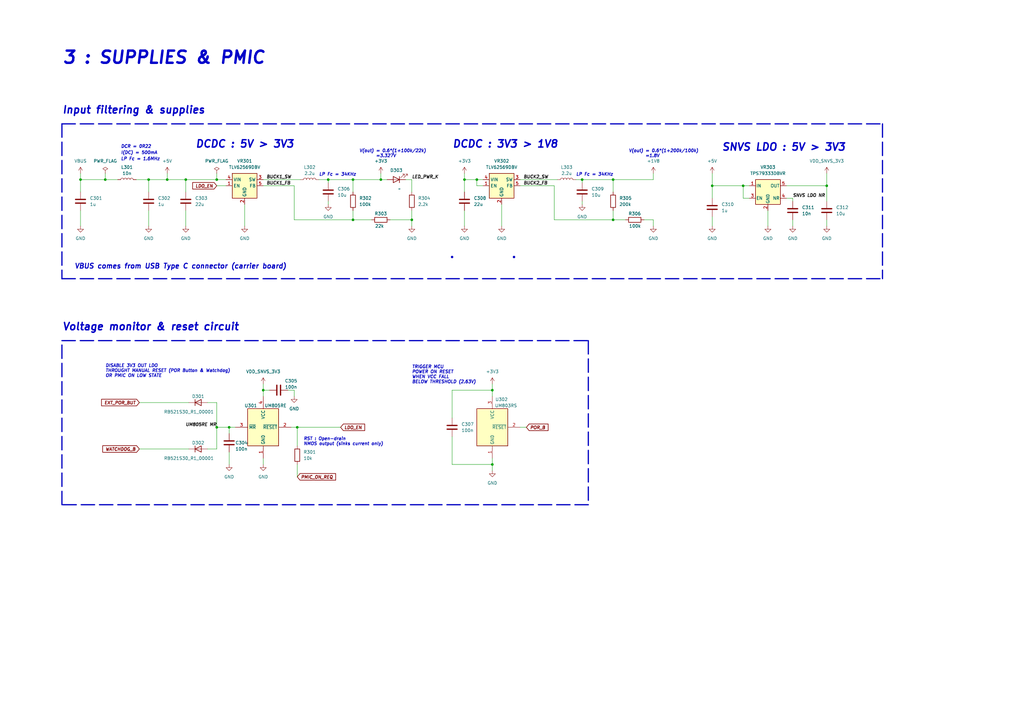
<source format=kicad_sch>
(kicad_sch (version 20211123) (generator eeschema)
  (paper "A3")
  (title_block (title "MCU Power & Crystals") (date "2023-05-12") (rev "0") (company "Soundsom"))
  (lib_symbols
    (symbol "MIMXRT1064 MCU Module:0402WGF1002TCE" (pin_numbers hide) (pin_names (offset 0))
      (property "Reference" "R" (at 2.032 0 90))
      (property "Value" "0402WGF1002TCE" (at 0 0 90))
      (symbol "0402WGF1002TCE_0_1"
        (rectangle (start -1.016 -2.54) (end 1.016 2.54) (stroke (width 0.254)))
      )
      (symbol "0402WGF1002TCE_1_1"
        (pin passive line (at 0 3.81 270) (length 1.27) (name "~") (number "1"))
        (pin passive line (at 0 -3.81 90) (length 1.27) (name "~") (number "2"))
      )
    )
    (symbol "MIMXRT1064 MCU Module:0402WGF1003TCE" (pin_numbers hide) (pin_names (offset 0))
      (property "Reference" "R" (at 2.032 0 90))
      (property "Value" "0402WGF1003TCE" (at 0 0 90))
      (symbol "0402WGF1003TCE_0_1"
        (rectangle (start -1.016 -2.54) (end 1.016 2.54) (stroke (width 0.254)))
      )
      (symbol "0402WGF1003TCE_1_1"
        (pin passive line (at 0 3.81 270) (length 1.27) (name "~") (number "1"))
        (pin passive line (at 0 -3.81 90) (length 1.27) (name "~") (number "2"))
      )
    )
    (symbol "MIMXRT1064 MCU Module:0402WGF2003TCE" (pin_numbers hide) (pin_names (offset 0))
      (property "Reference" "R" (at 2.032 0 90))
      (property "Value" "0402WGF2003TCE" (at 0 0 90))
      (symbol "0402WGF2003TCE_0_1"
        (rectangle (start -1.016 -2.54) (end 1.016 2.54) (stroke (width 0.254)))
      )
      (symbol "0402WGF2003TCE_1_1"
        (pin passive line (at 0 3.81 270) (length 1.27) (name "~") (number "1"))
        (pin passive line (at 0 -3.81 90) (length 1.27) (name "~") (number "2"))
      )
    )
    (symbol "MIMXRT1064 MCU Module:0402WGF2201TCE" (pin_numbers hide) (pin_names (offset 0))
      (property "Reference" "R" (at 2.032 0 90))
      (property "Value" "0402WGF2201TCE" (at 0 0 90))
      (symbol "0402WGF2201TCE_0_1"
        (rectangle (start -1.016 -2.54) (end 1.016 2.54) (stroke (width 0.254)))
      )
      (symbol "0402WGF2201TCE_1_1"
        (pin passive line (at 0 3.81 270) (length 1.27) (name "~") (number "1"))
        (pin passive line (at 0 -3.81 90) (length 1.27) (name "~") (number "2"))
      )
    )
    (symbol "MIMXRT1064 MCU Module:0402WGF2202TCE" (pin_numbers hide) (pin_names (offset 0))
      (property "Reference" "R" (at 2.032 0 90))
      (property "Value" "0402WGF2202TCE" (at 0 0 90))
      (symbol "0402WGF2202TCE_0_1"
        (rectangle (start -1.016 -2.54) (end 1.016 2.54) (stroke (width 0.254)))
      )
      (symbol "0402WGF2202TCE_1_1"
        (pin passive line (at 0 3.81 270) (length 1.27) (name "~") (number "1"))
        (pin passive line (at 0 -3.81 90) (length 1.27) (name "~") (number "2"))
      )
    )
    (symbol "MIMXRT1064 MCU Module:19-218_BHC-ZL1M2QY_3T" (pin_numbers hide) (pin_names (offset 1.016) hide)
      (property "Reference" "D" (at 0 2.54 0))
      (property "Value" "19-218_BHC-ZL1M2QY_3T" (at 0 -2.54 0))
      (symbol "19-218_BHC-ZL1M2QY_3T_0_1"
        (polyline (pts (xy -1.27 -1.27) (xy -1.27 1.27)) (stroke (width 0.254)))
        (polyline (pts (xy -1.27 0) (xy 1.27 0)))
        (polyline (pts (xy 1.27 -1.27) (xy 1.27 1.27) (xy -1.27 0) (xy 1.27 -1.27)) (stroke (width 0.254)))
        (polyline (pts (xy -3.048 -0.762) (xy -4.572 -2.286) (xy -3.81 -2.286) (xy -4.572 -2.286) (xy -4.572 -1.524)))
        (polyline (pts (xy -1.778 -0.762) (xy -3.302 -2.286) (xy -2.54 -2.286) (xy -3.302 -2.286) (xy -3.302 -1.524)))
      )
      (symbol "19-218_BHC-ZL1M2QY_3T_1_1"
        (pin passive line (at -3.81 0 0) (length 2.54) (name "K") (number "1"))
        (pin passive line (at 3.81 0 180) (length 2.54) (name "A") (number "2"))
      )
    )
    (symbol "MIMXRT1064 MCU Module:CD32YP0302-2R2M" (pin_numbers hide) (pin_names (offset 1.016) hide)
      (property "Reference" "L1" (at 0 2.54 0))
      (property "Value" "CD32YP0302-2R2M" (at 1.27 -2.54 0))
      (symbol "CD32YP0302-2R2M_0_1"
        (arc (start -1.27 0) (mid -1.905 0.635) (end -2.54 0))
        (arc (start 0 0) (mid -0.635 0.635) (end -1.27 0))
        (arc (start 1.27 0) (mid 0.635 0.635) (end 0 0))
        (arc (start 2.54 0) (mid 1.905 0.635) (end 1.27 0))
      )
      (symbol "CD32YP0302-2R2M_1_1"
        (pin passive line (at -3.81 0 0) (length 1.27) (name "1") (number "1"))
        (pin passive line (at 3.81 0 180) (length 1.27) (name "2") (number "2"))
      )
    )
    (symbol "MIMXRT1064 MCU Module:CL05A105KA5NQNC" (pin_numbers hide) (pin_names (offset 0.254))
      (property "Reference" "C5" (at 3.81 1.2701 0))
      (property "Value" "CL05A105KA5NQNC" (at 3.81 -1.2699 0))
      (symbol "CL05A105KA5NQNC_0_1"
        (polyline (pts (xy -2.032 -0.762) (xy 2.032 -0.762)) (stroke (width 0.508)))
        (polyline (pts (xy -2.032 0.762) (xy 2.032 0.762)) (stroke (width 0.508)))
      )
      (symbol "CL05A105KA5NQNC_1_1"
        (pin passive line (at 0 3.81 270) (length 2.794) (name "~") (number "1"))
        (pin passive line (at 0 -3.81 90) (length 2.794) (name "~") (number "2"))
      )
    )
    (symbol "MIMXRT1064 MCU Module:CL05B104KB54PNC" (pin_numbers hide) (pin_names (offset 0.254))
      (property "Reference" "C5" (at 3.81 1.2701 0))
      (property "Value" "CL05B104KB54PNC" (at 3.81 -1.2699 0))
      (symbol "CL05B104KB54PNC_0_1"
        (polyline (pts (xy -2.032 -0.762) (xy 2.032 -0.762)) (stroke (width 0.508)))
        (polyline (pts (xy -2.032 0.762) (xy 2.032 0.762)) (stroke (width 0.508)))
      )
      (symbol "CL05B104KB54PNC_1_1"
        (pin passive line (at 0 3.81 270) (length 2.794) (name "~") (number "1"))
        (pin passive line (at 0 -3.81 90) (length 2.794) (name "~") (number "2"))
      )
    )
    (symbol "MIMXRT1064 MCU Module:CL10A106KP8NNNC" (pin_numbers hide) (pin_names (offset 0.254))
      (property "Reference" "C5" (at 3.81 1.2701 0))
      (property "Value" "CL10A106KP8NNNC" (at 3.81 -1.2699 0))
      (symbol "CL10A106KP8NNNC_0_1"
        (polyline (pts (xy -2.032 -0.762) (xy 2.032 -0.762)) (stroke (width 0.508)))
        (polyline (pts (xy -2.032 0.762) (xy 2.032 0.762)) (stroke (width 0.508)))
      )
      (symbol "CL10A106KP8NNNC_1_1"
        (pin passive line (at 0 3.81 270) (length 2.794) (name "~") (number "1"))
        (pin passive line (at 0 -3.81 90) (length 2.794) (name "~") (number "2"))
      )
    )
    (symbol "MIMXRT1064 MCU Module:CL10A226MQ8NRNC" (pin_numbers hide) (pin_names (offset 0.254))
      (property "Reference" "C3" (at 1.27 2.54 0))
      (property "Value" "CL10A226MQ8NRNC" (at 1.27 -2.54 0))
      (symbol "CL10A226MQ8NRNC_0_1"
        (polyline (pts (xy -2.032 -0.762) (xy 2.032 -0.762)) (stroke (width 0.508)))
        (polyline (pts (xy -2.032 0.762) (xy 2.032 0.762)) (stroke (width 0.508)))
      )
      (symbol "CL10A226MQ8NRNC_1_1"
        (pin passive line (at 0 3.81 270) (length 2.794) (name "~") (number "1"))
        (pin passive line (at 0 -3.81 90) (length 2.794) (name "~") (number "2"))
      )
    )
    (symbol "MIMXRT1064 MCU Module:MLG1005S10NHT000" (pin_numbers hide) (pin_names (offset 1.016) hide)
      (property "Reference" "L" (at -1.27 0 90))
      (property "Value" "MLG1005S10NHT000" (at 1.905 0 90))
      (symbol "MLG1005S10NHT000_0_1"
        (arc (start 0 -2.54) (mid 0.635 -1.905) (end 0 -1.27))
        (arc (start 0 -1.27) (mid 0.635 -0.635) (end 0 0))
        (arc (start 0 0) (mid 0.635 0.635) (end 0 1.27))
        (arc (start 0 1.27) (mid 0.635 1.905) (end 0 2.54))
      )
      (symbol "MLG1005S10NHT000_1_1"
        (pin passive line (at 0 3.81 270) (length 1.27) (name "1") (number "1"))
        (pin passive line (at 0 -3.81 90) (length 1.27) (name "2") (number "2"))
      )
    )
    (symbol "MIMXRT1064 MCU Module:RB521S30_R1_00001" (pin_numbers hide) (pin_names (offset 1.016) hide)
      (property "Reference" "D" (at 0 2.54 0))
      (property "Value" "RB521S30_R1_00001" (at 0 -2.54 0))
      (symbol "RB521S30_R1_00001_0_1"
        (polyline (pts (xy -1.27 1.27) (xy -1.27 -1.27)) (stroke (width 0.254)))
        (polyline (pts (xy 1.27 0) (xy -1.27 0)))
        (polyline (pts (xy 1.27 1.27) (xy 1.27 -1.27) (xy -1.27 0) (xy 1.27 1.27)) (stroke (width 0.254)))
      )
      (symbol "RB521S30_R1_00001_1_1"
        (pin passive line (at -3.81 0 0) (length 2.54) (name "K") (number "1"))
        (pin passive line (at 3.81 0 180) (length 2.54) (name "A") (number "2"))
      )
    )
    (symbol "MIMXRT1064 MCU Module:TLV62569DBV"
      (property "Reference" "VR" (at -5.08 6.35 0))
      (property "Value" "TLV62569DBV" (at 0 6.35 0))
      (symbol "TLV62569DBV_0_1"
        (rectangle (start -5.08 5.08) (end 5.08 -5.08) (stroke (width 0.254)) (fill (type background)))
      )
      (symbol "TLV62569DBV_1_1"
        (pin input line (at -7.62 0 0) (length 2.54) (name "EN") (number "1"))
        (pin power_in line (at 0 -7.62 90) (length 2.54) (name "GND") (number "2"))
        (pin power_out line (at 7.62 2.54 180) (length 2.54) (name "SW") (number "3"))
        (pin power_in line (at -7.62 2.54 0) (length 2.54) (name "VIN") (number "4"))
        (pin input line (at 7.62 0 180) (length 2.54) (name "FB") (number "5"))
      )
    )
    (symbol "MIMXRT1064 MCU Module:TPS79333DBVR" (pin_names (offset 0.254))
      (property "Reference" "VR2" (at 0 10.16 0))
      (property "Value" "TPS79333DBVR" (at 0 7.62 0))
      (symbol "TPS79333DBVR_1_1"
        (rectangle (start -5.08 5.08) (end 5.08 -5.08) (stroke (width 0.254)) (fill (type background)))
        (pin power_in line (at -7.62 2.54 0) (length 2.54) (name "IN") (number "1"))
        (pin power_in line (at 0 -7.62 90) (length 2.54) (name "GND") (number "2"))
        (pin input line (at -7.62 -2.54 0) (length 2.54) (name "EN") (number "3"))
        (pin bidirectional line (at 7.62 -2.54 180) (length 2.54) (name "NR") (number "4"))
        (pin power_out line (at 7.62 2.54 180) (length 2.54) (name "OUT") (number "5"))
      )
    )
    (symbol "MIMXRT1064 MCU Module:UM803RS"
      (property "Value" "UM803RS" (at 12.7 7.62 0))
      (property "Reference_1" "IC" (at 2.54 13.97 0))
      (property "Value_1" "UM803RS" (at 2.54 11.43 0))
      (symbol "UM803RS_1_1"
        (rectangle (start -6.35 8.89) (end 6.35 -6.35) (stroke (width 0.254)) (fill (type background)))
        (pin power_in line (at 0 -11.43 90) (length 5.08) (name "GND") (number "1"))
        (pin passive line (at 11.43 1.27 180) (length 5.08) (name "~{RESET}") (number "2"))
        (pin power_in line (at 0 13.97 270) (length 5.08) (name "VCC") (number "3"))
      )
    )
    (symbol "MIMXRT1064 MCU Module:UM805RE"
      (property "Value" "UM805RE" (at 11.43 -5.08 0))
      (property "Reference_1" "IC" (at 3.81 12.7 0))
      (property "Value_1" "UM805RE" (at 3.81 10.16 0))
      (symbol "UM805RE_1_1"
        (rectangle (start -6.35 7.62) (end 6.35 -7.62) (stroke (width 0.254)) (fill (type background)))
        (pin passive line (at 0 -12.7 90) (length 5.08) (name "GND") (number "1"))
        (pin passive line (at 11.43 0 180) (length 5.08) (name "~{RESET}") (number "2"))
        (pin passive line (at -11.43 0 0) (length 5.08) (name "~{MR}") (number "3"))
        (pin power_in line (at 0 12.7 270) (length 5.08) (name "VCC") (number "4"))
      )
    )
    (symbol "MIMXRT1064 MCU Module:VDD_SNVS_3V3" (power) (pin_names (offset 0))
      (property "Value" "VDD_SNVS_3V3" (at 0 3.556 0))
      (symbol "VDD_SNVS_3V3_0_1"
        (polyline (pts (xy -0.762 1.27) (xy 0 2.54)))
        (polyline (pts (xy 0 0) (xy 0 2.54)))
        (polyline (pts (xy 0 2.54) (xy 0.762 1.27)))
      )
      (symbol "VDD_SNVS_3V3_1_1"
        (pin power_in line (at 0 0 90) (length 0) hide (name "VDD_SNVS_3V3") (number "1"))
      )
    )
    (symbol "power:+1V8" (power) (pin_names (offset 0))
      (property "Value" "+1V8" (at 0 3.556 0))
      (symbol "+1V8_0_1"
        (polyline (pts (xy -0.762 1.27) (xy 0 2.54)))
        (polyline (pts (xy 0 0) (xy 0 2.54)))
        (polyline (pts (xy 0 2.54) (xy 0.762 1.27)))
      )
      (symbol "+1V8_1_1"
        (pin power_in line (at 0 0 90) (length 0) hide (name "+1V8") (number "1"))
      )
    )
    (symbol "power:+3V3" (power) (pin_names (offset 0))
      (property "Value" "+3V3" (at 0 3.556 0))
      (symbol "+3V3_0_1"
        (polyline (pts (xy -0.762 1.27) (xy 0 2.54)))
        (polyline (pts (xy 0 0) (xy 0 2.54)))
        (polyline (pts (xy 0 2.54) (xy 0.762 1.27)))
      )
      (symbol "+3V3_1_1"
        (pin power_in line (at 0 0 90) (length 0) hide (name "+3V3") (number "1"))
      )
    )
    (symbol "power:+5V" (power) (pin_names (offset 0))
      (property "Value" "+5V" (at 0 3.556 0))
      (symbol "+5V_0_1"
        (polyline (pts (xy -0.762 1.27) (xy 0 2.54)))
        (polyline (pts (xy 0 0) (xy 0 2.54)))
        (polyline (pts (xy 0 2.54) (xy 0.762 1.27)))
      )
      (symbol "+5V_1_1"
        (pin power_in line (at 0 0 90) (length 0) hide (name "+5V") (number "1"))
      )
    )
    (symbol "power:GND" (power) (pin_names (offset 0))
      (property "Value" "GND" (at 0 -3.81 0))
      (symbol "GND_0_1"
        (polyline (pts (xy 0 0) (xy 0 -1.27) (xy 1.27 -1.27) (xy 0 -2.54) (xy -1.27 -1.27) (xy 0 -1.27)))
      )
      (symbol "GND_1_1"
        (pin power_in line (at 0 0 270) (length 0) hide (name "GND") (number "1"))
      )
    )
    (symbol "power:PWR_FLAG" (power) (pin_numbers hide) (pin_names (offset 0) hide)
      (property "Value" "PWR_FLAG" (at 0 3.81 0))
      (symbol "PWR_FLAG_0_0"
        (pin power_out line (at 0 0 90) (length 0) (name "pwr") (number "1"))
      )
      (symbol "PWR_FLAG_0_1"
        (polyline (pts (xy 0 0) (xy 0 1.27) (xy -1.016 1.905) (xy 0 2.54) (xy 1.016 1.905) (xy 0 1.27)))
      )
    )
    (symbol "power:VBUS" (power) (pin_names (offset 0))
      (property "Value" "VBUS" (at 0 3.81 0))
      (symbol "VBUS_0_1"
        (polyline (pts (xy -0.762 1.27) (xy 0 2.54)))
        (polyline (pts (xy 0 0) (xy 0 2.54)))
        (polyline (pts (xy 0 2.54) (xy 0.762 1.27)))
      )
      (symbol "VBUS_1_1"
        (pin power_in line (at 0 0 90) (length 0) hide (name "VBUS") (number "1"))
      )
    )
  )
  (junction (at 195.58 73.66))
  (junction (at 144.78 73.66))
  (junction (at 68.58 73.66))
  (junction (at 251.46 73.66))
  (junction (at 33.02 73.66))
  (junction (at 238.76 73.66))
  (junction (at 134.62 73.66))
  (junction (at 201.93 160.02))
  (junction (at 121.92 175.26))
  (junction (at 251.46 90.17))
  (junction (at 201.93 190.5))
  (junction (at 88.9 73.66))
  (junction (at 43.18 73.66))
  (junction (at 168.91 90.17))
  (junction (at 107.95 160.02))
  (junction (at 156.21 73.66))
  (junction (at 144.78 90.17))
  (junction (at 76.2 73.66))
  (junction (at 88.9 175.26))
  (junction (at 190.5 73.66))
  (junction (at 93.98 175.26))
  (junction (at 339.09 76.2))
  (junction (at 292.1 76.2))
  (junction (at 304.8 76.2))
  (junction (at 60.96 73.66))
  (wire (pts (xy 201.93 190.5) (xy 201.93 193.04)))
  (wire (pts (xy 93.98 185.42) (xy 93.98 190.5)))
  (wire (pts (xy 88.9 175.26) (xy 88.9 184.15)))
  (wire (pts (xy 107.95 73.66) (xy 123.19 73.66)))
  (wire (pts (xy 322.58 76.2) (xy 339.09 76.2)))
  (wire (pts (xy 185.42 160.02) (xy 201.93 160.02)))
  (wire (pts (xy 134.62 73.66) (xy 144.78 73.66)))
  (wire (pts (xy 121.92 190.5) (xy 121.92 195.58)))
  (wire (pts (xy 339.09 76.2) (xy 339.09 82.55)))
  (polyline (pts (xy 241.3 207.01) (xy 25.4 207.01)) (stroke (width 0.5)))
  (wire (pts (xy 107.95 76.2) (xy 120.65 76.2)))
  (wire (pts (xy 33.02 71.12) (xy 33.02 73.66)))
  (wire (pts (xy 168.91 86.36) (xy 168.91 90.17)))
  (wire (pts (xy 190.5 86.36) (xy 190.5 92.71)))
  (wire (pts (xy 33.02 73.66) (xy 43.18 73.66)))
  (wire (pts (xy 88.9 71.12) (xy 88.9 73.66)))
  (polyline (pts (xy 25.4 207.01) (xy 25.4 139.7)) (stroke (width 0.5)))
  (wire (pts (xy 292.1 81.28) (xy 292.1 76.2)))
  (wire (pts (xy 60.96 73.66) (xy 68.58 73.66)))
  (wire (pts (xy 107.95 160.02) (xy 107.95 162.56)))
  (wire (pts (xy 68.58 71.12) (xy 68.58 73.66)))
  (wire (pts (xy 198.12 76.2) (xy 195.58 76.2)))
  (wire (pts (xy 325.12 82.55) (xy 325.12 81.28)))
  (wire (pts (xy 227.33 90.17) (xy 227.33 76.2)))
  (wire (pts (xy 120.65 76.2) (xy 120.65 90.17)))
  (wire (pts (xy 144.78 86.36) (xy 144.78 90.17)))
  (wire (pts (xy 251.46 86.36) (xy 251.46 90.17)))
  (wire (pts (xy 325.12 81.28) (xy 322.58 81.28)))
  (wire (pts (xy 144.78 90.17) (xy 152.4 90.17)))
  (wire (pts (xy 144.78 73.66) (xy 144.78 78.74)))
  (wire (pts (xy 325.12 90.17) (xy 325.12 92.71)))
  (wire (pts (xy 68.58 73.66) (xy 76.2 73.66)))
  (wire (pts (xy 201.93 187.96) (xy 201.93 190.5)))
  (wire (pts (xy 76.2 86.36) (xy 76.2 92.71)))
  (wire (pts (xy 166.37 73.66) (xy 168.91 73.66)))
  (wire (pts (xy 43.18 73.66) (xy 48.26 73.66)))
  (wire (pts (xy 93.98 175.26) (xy 93.98 177.8)))
  (wire (pts (xy 60.96 86.36) (xy 60.96 92.71)))
  (wire (pts (xy 238.76 73.66) (xy 251.46 73.66)))
  (polyline (pts (xy 210.82 105.41) (xy 210.82 105.41)) (stroke (width 1)))
  (wire (pts (xy 76.2 78.74) (xy 76.2 73.66)))
  (wire (pts (xy 267.97 71.12) (xy 267.97 73.66)))
  (polyline (pts (xy 25.4 50.8) (xy 361.95 50.8)) (stroke (width 0.5)))
  (wire (pts (xy 256.54 90.17) (xy 251.46 90.17)))
  (wire (pts (xy 292.1 71.12) (xy 292.1 76.2)))
  (polyline (pts (xy 25.4 50.8) (xy 25.4 114.3)) (stroke (width 0.5)))
  (wire (pts (xy 60.96 78.74) (xy 60.96 73.66)))
  (wire (pts (xy 251.46 78.74) (xy 251.46 73.66)))
  (wire (pts (xy 120.65 90.17) (xy 144.78 90.17)))
  (wire (pts (xy 201.93 162.56) (xy 201.93 160.02)))
  (wire (pts (xy 195.58 73.66) (xy 198.12 73.66)))
  (wire (pts (xy 213.36 76.2) (xy 227.33 76.2)))
  (wire (pts (xy 119.38 175.26) (xy 121.92 175.26)))
  (wire (pts (xy 144.78 73.66) (xy 156.21 73.66)))
  (wire (pts (xy 307.34 81.28) (xy 304.8 81.28)))
  (wire (pts (xy 236.22 73.66) (xy 238.76 73.66)))
  (polyline (pts (xy 361.95 50.8) (xy 361.95 114.3)) (stroke (width 0.5)))
  (wire (pts (xy 160.02 90.17) (xy 168.91 90.17)))
  (wire (pts (xy 57.15 184.15) (xy 77.47 184.15)))
  (wire (pts (xy 195.58 73.66) (xy 195.58 76.2)))
  (polyline (pts (xy 25.4 114.3) (xy 361.95 114.3)) (stroke (width 0.5)))
  (wire (pts (xy 96.52 175.26) (xy 93.98 175.26)))
  (wire (pts (xy 168.91 78.74) (xy 168.91 73.66)))
  (wire (pts (xy 267.97 92.71) (xy 267.97 90.17)))
  (wire (pts (xy 134.62 83.82) (xy 134.62 82.55)))
  (wire (pts (xy 130.81 73.66) (xy 134.62 73.66)))
  (polyline (pts (xy 241.3 139.7) (xy 241.3 207.01)) (stroke (width 0.5)))
  (wire (pts (xy 185.42 190.5) (xy 201.93 190.5)))
  (wire (pts (xy 190.5 73.66) (xy 195.58 73.66)))
  (wire (pts (xy 339.09 90.17) (xy 339.09 92.71)))
  (wire (pts (xy 33.02 73.66) (xy 33.02 78.74)))
  (wire (pts (xy 201.93 157.48) (xy 201.93 160.02)))
  (wire (pts (xy 57.15 165.1) (xy 77.47 165.1)))
  (wire (pts (xy 88.9 73.66) (xy 92.71 73.66)))
  (wire (pts (xy 267.97 90.17) (xy 264.16 90.17)))
  (wire (pts (xy 55.88 73.66) (xy 60.96 73.66)))
  (wire (pts (xy 33.02 86.36) (xy 33.02 92.71)))
  (wire (pts (xy 251.46 90.17) (xy 227.33 90.17)))
  (wire (pts (xy 156.21 73.66) (xy 158.75 73.66)))
  (wire (pts (xy 339.09 71.12) (xy 339.09 76.2)))
  (wire (pts (xy 120.65 160.02) (xy 118.11 160.02)))
  (wire (pts (xy 238.76 73.66) (xy 238.76 74.93)))
  (wire (pts (xy 190.5 71.12) (xy 190.5 73.66)))
  (wire (pts (xy 88.9 175.26) (xy 93.98 175.26)))
  (wire (pts (xy 238.76 82.55) (xy 238.76 83.82)))
  (wire (pts (xy 134.62 73.66) (xy 134.62 74.93)))
  (wire (pts (xy 43.18 71.12) (xy 43.18 73.66)))
  (wire (pts (xy 304.8 76.2) (xy 307.34 76.2)))
  (wire (pts (xy 185.42 179.07) (xy 185.42 190.5)))
  (wire (pts (xy 213.36 73.66) (xy 228.6 73.66)))
  (polyline (pts (xy 25.4 139.7) (xy 241.3 139.7)) (stroke (width 0.5)))
  (wire (pts (xy 121.92 175.26) (xy 139.7 175.26)))
  (wire (pts (xy 292.1 88.9) (xy 292.1 92.71)))
  (wire (pts (xy 156.21 71.12) (xy 156.21 73.66)))
  (wire (pts (xy 251.46 73.66) (xy 267.97 73.66)))
  (wire (pts (xy 121.92 175.26) (xy 121.92 182.88)))
  (wire (pts (xy 168.91 90.17) (xy 168.91 92.71)))
  (wire (pts (xy 88.9 184.15) (xy 85.09 184.15)))
  (wire (pts (xy 88.9 76.2) (xy 92.71 76.2)))
  (wire (pts (xy 107.95 160.02) (xy 110.49 160.02)))
  (wire (pts (xy 88.9 165.1) (xy 88.9 175.26)))
  (wire (pts (xy 292.1 76.2) (xy 304.8 76.2)))
  (polyline (pts (xy 185.42 105.41) (xy 185.42 105.41)) (stroke (width 1)))
  (wire (pts (xy 100.33 83.82) (xy 100.33 92.71)))
  (wire (pts (xy 85.09 165.1) (xy 88.9 165.1)))
  (wire (pts (xy 190.5 73.66) (xy 190.5 78.74)))
  (wire (pts (xy 107.95 157.48) (xy 107.95 160.02)))
  (wire (pts (xy 76.2 73.66) (xy 88.9 73.66)))
  (wire (pts (xy 314.96 86.36) (xy 314.96 92.71)))
  (wire (pts (xy 205.74 83.82) (xy 205.74 92.71)))
  (wire (pts (xy 213.36 175.26) (xy 215.9 175.26)))
  (wire (pts (xy 120.65 162.56) (xy 120.65 160.02)))
  (wire (pts (xy 107.95 187.96) (xy 107.95 190.5)))
  (wire (pts (xy 304.8 81.28) (xy 304.8 76.2)))
  (wire (pts (xy 185.42 171.45) (xy 185.42 160.02)))
  (text "LP Fc = 34KHz" (at 236.22 72.39 0) (effects (font (size 1.27 1.27) bold italic) (justify left bottom)))
  (text "SNVS LDO : 5V > 3V3" (at 295.91 62.23 0) (effects (font (size 3 3) (thickness 0.6) bold italic) (justify left bottom)))
  (text "DCDC : 5V > 3V3" (at 80.01 60.96 0) (effects (font (size 3 3) bold italic) (justify left bottom)))
  (text "V(out) = 0.6*(1+200k/100k)\n       =1.8V" (at 257.81 64.77 0) (effects (font (size 1.27 1.27) bold italic) (justify left bottom)))
  (text "Input filtering & supplies" (at 25.4 46.99 0) (effects (font (size 3 3) bold italic) (justify left bottom)))
  (text "TRIGGER MCU\nPOWER ON RESET\nWHEN VCC FALL\nBELOW THRESHOLD (2.63V)" (at 168.91 157.48 0) (effects (font (size 1.27 1.27) bold italic) (justify left bottom)))
  (text "LP Fc = 34KHz" (at 130.81 72.39 0) (effects (font (size 1.27 1.27) (thickness 0.254) bold italic) (justify left bottom)))
  (text "Voltage monitor & reset circuit" (at 25.4 135.89 0) (effects (font (size 3 3) bold italic) (justify left bottom)))
  (text "DCR = 0R22" (at 49.53 60.96 0) (effects (font (size 1.27 1.27) bold italic) (justify left bottom)))
  (text "I(DC) = 500mA" (at 49.53 63.5 0) (effects (font (size 1.27 1.27) bold italic) (justify left bottom)))
  (text "V(out) = 0.6*(1+100k/22k)\n       =3.327V" (at 147.32 64.77 0) (effects (font (size 1.27 1.27) bold italic) (justify left bottom)))
  (text "LP Fc = 1.6MHz" (at 49.53 66.04 0) (effects (font (size 1.27 1.27) (thickness 0.254) bold italic) (justify left bottom)))
  (text "3 : SUPPLIES & PMIC" (at 25.4 26.67 0) (effects (font (size 5 5) (thickness 1) bold italic) (justify left bottom)))
  (text "DISABLE 3V3 OUT LDO\nTHROUGHT MANUAL RESET (POR Button & Watchdog)\nOR PMIC ON LOW STATE" (at 43.18 154.94 0) (effects (font (size 1.27 1.27) bold italic) (justify left bottom)))
  (text "VBUS comes from USB Type C connector (carrier board)" (at 30.48 110.49 0) (effects (font (size 2 2) (thickness 0.4) bold italic) (justify left bottom)))
  (text "RST : Open-drain\nNMOS output (sinks current only)" (at 124.46 182.88 0) (effects (font (size 1.27 1.27) (thickness 0.254) bold italic) (justify left bottom)))
  (text "DCDC : 3V3 > 1V8" (at 185.42 60.96 0) (effects (font (size 3 3) bold italic) (justify left bottom)))
  (label "BUCK2_FB" (at 214.63 76.2 0) (effects (font (thickness 0.254) bold italic)))
  (label "BUCK2_SW" (at 214.63 73.66 0) (effects (font (thickness 0.254) bold italic)))
  (label "LED_PWR_K" (at 168.91 73.66 0) (effects (font bold italic)))
  (label "SNVS LDO NR" (at 325.12 81.28 0) (effects (font bold italic)))
  (label "UM805RE MR" (at 88.9 175.26 180) (effects (font bold italic)))
  (label "BUCK1_SW" (at 109.22 73.66 0) (effects (font (thickness 0.254) bold italic)))
  (label "BUCK1_FB" (at 109.22 76.2 0) (effects (font (thickness 0.254) bold italic)))
  (global_label "WATCHDOG_B" (shape input) (at 57.15 184.15 180) (effects (font bold italic)) (property "Intersheet References" "${INTERSHEET_REFS}" (effects hide)))
  (global_label "LDO_EN" (shape input) (at 139.7 175.26 0) (effects (font bold italic)) (property "Intersheet References" "${INTERSHEET_REFS}" (effects hide)))
  (global_label "EXT_POR_BUT" (shape input) (at 57.15 165.1 180) (effects (font bold italic)) (property "Intersheet References" "${INTERSHEET_REFS}" (effects hide)))
  (global_label "PMIC_ON_REQ" (shape input) (at 121.92 195.58 0) (effects (font bold italic)) (property "Intersheet References" "${INTERSHEET_REFS}" (effects hide)))
  (global_label "LDO_EN" (shape input) (at 88.9 76.2 180) (effects (font bold italic)) (property "Intersheet References" "${INTERSHEET_REFS}" (effects hide)))
  (global_label "POR_B" (shape input) (at 215.9 175.26 0) (effects (font bold italic)) (property "Intersheet References" "${INTERSHEET_REFS}" (effects hide)))
  (symbol (lib_id "MIMXRT1064 MCU Module:CD32YP0302-2R2M") (at 127 73.66 0) (unit 1)
    (property "Reference" "L302" (at 127 68.58 0))
    (property "Value" "2.2u" (at 127 71.12 0))
    (property "Footprint" "MIMXRT1064 MCU Module:CD32YP0302-2R2M_SMD3.5x3x2.1mm" (effects hide))
  )
  (symbol (lib_id "power:GND") (at 100.33 92.71 0) (unit 1)
    (property "Reference" "#PWR0307" (effects hide))
    (property "Value" "GND" (at 100.33 97.79 0))
  )
  (symbol (lib_id "power:+3V3") (at 201.93 157.48 0) (unit 1)
    (property "Reference" "#PWR0316" (effects hide))
    (property "Value" "+3V3" (at 201.93 152.4 0))
  )
  (symbol (lib_id "power:+3V3") (at 190.5 71.12 0) (unit 1)
    (property "Reference" "#PWR0314" (effects hide))
    (property "Value" "+3V3" (at 190.5 66.04 0))
  )
  (symbol (lib_id "power:GND") (at 339.09 92.71 0) (unit 1)
    (property "Reference" "#PWR0327" (effects hide))
    (property "Value" "GND" (at 339.09 97.79 0))
  )
  (symbol (lib_id "MIMXRT1064 MCU Module:UM805RE") (at 107.95 175.26 0) (unit 1)
    (property "Reference" "U301" (at 102.87 166.37 0))
    (property "Value" "UM805RE" (at 113.03 166.37 0))
    (property "Footprint" "MIMXRT1064 MCU Module:UM805RE" (effects hide))
    (property "Reference_1" "IC" (effects hide))
    (property "Value_1" "UM805RE" (effects hide))
    (property "Footprint_1" "UM805RE" (effects hide))
    (property "Datasheet_1" "http://www.union-ic.com/Upload/Datasheet/Datasheet_UM805,UM811,UM812_Rev02.pdf" (effects hide))
    (property "Height" "1.22" (effects hide))
    (property "Manufacturer_Name" "UNION Semiconductor" (effects hide))
    (property "Manufacturer_Part_Number" "UM805RE" (effects hide))
    (property "Arrow Part Number" "UM805RE" (effects hide))
    (property "Arrow Price/Stock" "https://www.arrow.com/en/products/um805re/union-semiconductor?region=nac" (effects hide))
  )
  (symbol (lib_id "MIMXRT1064 MCU Module:CL05A105KA5NQNC") (at 33.02 82.55 0) (unit 1)
    (property "Reference" "C301" (at 36.83 81.2799 0) (effects (justify left)))
    (property "Value" "1u" (at 36.83 83.8199 0) (effects (justify left)))
    (property "Footprint" "MIMXRT1064 MCU Module:0402_CL05A105KA5NQNC" (effects hide))
  )
  (symbol (lib_id "power:GND") (at 201.93 193.04 0) (unit 1)
    (property "Reference" "#PWR0317" (effects hide))
    (property "Value" "GND" (at 201.93 198.12 0))
  )
  (symbol (lib_id "MIMXRT1064 MCU Module:0402WGF2201TCE") (at 168.91 82.55 0) (unit 1)
    (property "Reference" "R304" (at 171.45 81.2799 0) (effects (justify left)))
    (property "Value" "2.2k" (at 171.45 83.8199 0) (effects (justify left)))
    (property "Footprint" "MIMXRT1064 MCU Module:0402WGF2201TCE" (effects hide))
  )
  (symbol (lib_id "power:GND") (at 76.2 92.71 0) (unit 1)
    (property "Reference" "#PWR0305" (effects hide))
    (property "Value" "GND" (at 76.2 97.79 0))
  )
  (symbol (lib_id "power:GND") (at 134.62 83.82 0) (unit 1)
    (property "Reference" "#PWR0311" (effects hide))
    (property "Value" "GND" (at 134.62 88.9 0))
  )
  (symbol (lib_id "power:GND") (at 267.97 92.71 0) (unit 1)
    (property "Reference" "#PWR0321" (effects hide))
    (property "Value" "GND" (at 267.97 97.79 0))
  )
  (symbol (lib_id "MIMXRT1064 MCU Module:RB521S30_R1_00001") (at 81.28 184.15 0) (mirror x) (unit 1)
    (property "Reference" "D302" (at 81.28 181.61 0))
    (property "Value" "RB521S30_R1_00001" (at 77.47 187.96 0))
    (property "Footprint" "MIMXRT1064 MCU Module:RB521S30_R1_00001" (effects hide))
  )
  (symbol (lib_id "MIMXRT1064 MCU Module:CL10A106KP8NNNC") (at 339.09 86.36 0) (unit 1)
    (property "Reference" "C312" (at 342.9 85.0899 0) (effects (justify left)))
    (property "Value" "10u" (at 342.9 87.6299 0) (effects (justify left)))
    (property "Footprint" "MIMXRT1064 MCU Module:0402_CL05B103KB5NNNC" (effects hide))
  )
  (symbol (lib_id "MIMXRT1064 MCU Module:VDD_SNVS_3V3") (at 339.09 71.12 0) (unit 1)
    (property "Reference" "#PWR0326" (effects hide))
    (property "Value" "VDD_SNVS_3V3" (at 339.09 66.04 0))
  )
  (symbol (lib_id "MIMXRT1064 MCU Module:CL05A105KA5NQNC") (at 60.96 82.55 0) (unit 1)
    (property "Reference" "C302" (at 64.77 81.2799 0) (effects (justify left)))
    (property "Value" "1u" (at 64.77 83.8199 0) (effects (justify left)))
    (property "Footprint" "MIMXRT1064 MCU Module:0402_CL05A105KA5NQNC" (effects hide))
  )
  (symbol (lib_id "MIMXRT1064 MCU Module:CL05A105KA5NQNC") (at 292.1 85.09 0) (unit 1)
    (property "Reference" "C310" (at 295.91 83.8199 0) (effects (justify left)))
    (property "Value" "1u" (at 295.91 86.3599 0) (effects (justify left)))
    (property "Footprint" "MIMXRT1064 MCU Module:0402_CL05A105KA5NQNC" (effects hide))
  )
  (symbol (lib_id "MIMXRT1064 MCU Module:CL10A226MQ8NRNC") (at 190.5 82.55 0) (unit 1)
    (property "Reference" "C308" (at 194.31 81.28 0) (effects (justify left)))
    (property "Value" "22u" (at 194.31 83.82 0) (effects (justify left)))
    (property "Footprint" "MIMXRT1064 MCU Module:0603_CL10A226MQ8NRNC" (effects hide))
  )
  (symbol (lib_id "MIMXRT1064 MCU Module:CL10A106KP8NNNC") (at 238.76 78.74 0) (unit 1)
    (property "Reference" "C309" (at 242.57 77.4699 0) (effects (justify left)))
    (property "Value" "10u" (at 242.57 80.0099 0) (effects (justify left)))
    (property "Footprint" "MIMXRT1064 MCU Module:0603_CL10A106KP8NNNC" (effects hide))
  )
  (symbol (lib_id "power:GND") (at 60.96 92.71 0) (unit 1)
    (property "Reference" "#PWR0303" (effects hide))
    (property "Value" "GND" (at 60.96 97.79 0))
  )
  (symbol (lib_id "power:+3V3") (at 156.21 71.12 0) (unit 1)
    (property "Reference" "#PWR0312" (effects hide))
    (property "Value" "+3V3" (at 156.21 66.04 0))
  )
  (symbol (lib_id "power:GND") (at 314.96 92.71 0) (unit 1)
    (property "Reference" "#PWR0324" (effects hide))
    (property "Value" "GND" (at 314.96 97.79 0))
  )
  (symbol (lib_id "power:GND") (at 33.02 92.71 0) (unit 1)
    (property "Reference" "#PWR0302" (effects hide))
    (property "Value" "GND" (at 33.02 97.79 0))
  )
  (symbol (lib_id "MIMXRT1064 MCU Module:VDD_SNVS_3V3") (at 107.95 157.48 0) (unit 1)
    (property "Reference" "#PWR0308" (effects hide))
    (property "Value" "VDD_SNVS_3V3" (at 107.95 152.4 0))
  )
  (symbol (lib_id "power:GND") (at 93.98 190.5 0) (unit 1)
    (property "Reference" "#PWR0306" (effects hide))
    (property "Value" "GND" (at 93.98 195.58 0))
  )
  (symbol (lib_id "power:+5V") (at 68.58 71.12 0) (unit 1)
    (property "Reference" "#PWR0304" (effects hide))
    (property "Value" "+5V" (at 68.58 66.04 0))
  )
  (symbol (lib_id "MIMXRT1064 MCU Module:0402WGF2003TCE") (at 251.46 82.55 0) (unit 1)
    (property "Reference" "R305" (at 254 81.2799 0) (effects (justify left)))
    (property "Value" "200k" (at 254 83.8199 0) (effects (justify left)))
    (property "Footprint" "MIMXRT1064 MCU Module:0402WGF2003TCE" (effects hide))
  )
  (symbol (lib_id "MIMXRT1064 MCU Module:CD32YP0302-2R2M") (at 232.41 73.66 0) (unit 1)
    (property "Reference" "L303" (at 232.41 68.58 0))
    (property "Value" "2.2u" (at 232.41 71.12 0))
    (property "Footprint" "MIMXRT1064 MCU Module:CD32YP0302-2R2M_SMD3.5x3x2.1mm" (effects hide))
  )
  (symbol (lib_id "MIMXRT1064 MCU Module:CL05B104KB54PNC") (at 114.3 160.02 90) (unit 1)
    (property "Reference" "C305" (at 119.38 156.21 90))
    (property "Value" "100n" (at 119.38 158.75 90))
    (property "Footprint" "MIMXRT1064 MCU Module:0402_CL05B104KB54PNC" (effects hide))
  )
  (symbol (lib_id "MIMXRT1064 MCU Module:TPS79333DBVR") (at 314.96 78.74 0) (unit 1)
    (property "Reference" "VR303" (at 314.96 68.58 0))
    (property "Value" "TPS79333DBVR" (at 314.96 71.12 0))
    (property "Footprint" "MIMXRT1064 MCU Module:TPS79333DBVR_SOT-23-5" (effects hide))
    (property "Datasheet" "http://www.ti.com/lit/ds/symlink/tps79333-ep.pdf" (effects hide))
  )
  (symbol (lib_id "power:+5V") (at 292.1 71.12 0) (unit 1)
    (property "Reference" "#PWR0322" (effects hide))
    (property "Value" "+5V" (at 292.1 66.04 0))
  )
  (symbol (lib_id "MIMXRT1064 MCU Module:0402WGF2202TCE") (at 156.21 90.17 90) (unit 1)
    (property "Reference" "R303" (at 158.75 87.63 90) (effects (justify left)))
    (property "Value" "22k" (at 157.48 92.71 90) (effects (justify left)))
    (property "Footprint" "MIMXRT1064 MCU Module:0402WGF2202TCE" (effects hide))
  )
  (symbol (lib_id "power:GND") (at 205.74 92.71 0) (unit 1)
    (property "Reference" "#PWR0318" (effects hide))
    (property "Value" "GND" (at 205.74 97.79 0))
  )
  (symbol (lib_id "power:GND") (at 325.12 92.71 0) (unit 1)
    (property "Reference" "#PWR0325" (effects hide))
    (property "Value" "GND" (at 325.12 97.79 0))
  )
  (symbol (lib_id "power:GND") (at 168.91 92.71 0) (unit 1)
    (property "Reference" "#PWR0313" (effects hide))
    (property "Value" "GND" (at 168.91 97.79 0))
  )
  (symbol (lib_id "MIMXRT1064 MCU Module:19-218_BHC-ZL1M2QY_3T") (at 162.56 73.66 180) (unit 1)
    (property "Reference" "D303" (at 162.56 69.85 0))
    (property "Value" "~" (at 163.83 77.47 0))
    (property "Footprint" "MIMXRT1064 MCU Module:19-218_BHC-ZL1M2QY_3T" (effects hide))
  )
  (symbol (lib_id "MIMXRT1064 MCU Module:TLV62569DBV") (at 100.33 76.2 0) (unit 1)
    (property "Reference" "VR301" (at 100.33 66.04 0))
    (property "Value" "TLV62569DBV" (at 100.33 68.58 0))
    (property "Footprint" "MIMXRT1064 MCU Module:TLV62569DBVR" (effects hide))
    (property "Datasheet" "http://www.ti.com/lit/ds/symlink/tlv62568.pdf" (effects hide))
  )
  (symbol (lib_id "power:PWR_FLAG") (at 43.18 71.12 0) (unit 1)
    (property "Reference" "#FLG0301" (effects hide))
    (property "Value" "PWR_FLAG" (at 43.18 66.04 0))
  )
  (symbol (lib_id "power:PWR_FLAG") (at 88.9 71.12 0) (unit 1)
    (property "Reference" "#FLG0302" (effects hide))
    (property "Value" "PWR_FLAG" (at 88.9 66.04 0))
  )
  (symbol (lib_id "MIMXRT1064 MCU Module:0402WGF1002TCE") (at 121.92 186.69 0) (unit 1)
    (property "Reference" "R301" (at 124.46 185.4199 0) (effects (justify left)))
    (property "Value" "10k" (at 124.46 187.9599 0) (effects (justify left)))
    (property "Footprint" "MIMXRT1064 MCU Module:0402WGF1002TCE" (effects hide))
  )
  (symbol (lib_id "MIMXRT1064 MCU Module:TLV62569DBV") (at 205.74 76.2 0) (unit 1)
    (property "Reference" "VR302" (at 205.74 66.04 0))
    (property "Value" "TLV62569DBV" (at 205.74 68.58 0))
    (property "Footprint" "MIMXRT1064 MCU Module:TLV62569DBVR" (effects hide))
    (property "Datasheet" "http://www.ti.com/lit/ds/symlink/tlv62568.pdf" (effects hide))
  )
  (symbol (lib_id "MIMXRT1064 MCU Module:CL05B104KB54PNC") (at 93.98 181.61 0) (unit 1)
    (property "Reference" "C304" (at 96.52 181.61 0) (effects (justify left)))
    (property "Value" "100n" (at 96.52 184.15 0) (effects (justify left)))
    (property "Footprint" "MIMXRT1064 MCU Module:0402_CL05B104KB54PNC" (effects hide))
  )
  (symbol (lib_id "power:+1V8") (at 267.97 71.12 0) (unit 1)
    (property "Reference" "#PWR0320" (effects hide))
    (property "Value" "+1V8" (at 267.97 66.04 0))
  )
  (symbol (lib_id "MIMXRT1064 MCU Module:CL05B104KB54PNC") (at 325.12 86.36 0) (unit 1)
    (property "Reference" "C311" (at 328.93 85.0899 0) (effects (justify left)))
    (property "Value" "10n" (at 328.93 87.6299 0) (effects (justify left)))
    (property "Footprint" "MIMXRT1064 MCU Module:0402_CL05B103KB5NNNC" (effects hide))
  )
  (symbol (lib_id "MIMXRT1064 MCU Module:RB521S30_R1_00001") (at 81.28 165.1 0) (mirror x) (unit 1)
    (property "Reference" "D301" (at 81.28 162.56 0))
    (property "Value" "RB521S30_R1_00001" (at 77.47 168.91 0))
    (property "Footprint" "MIMXRT1064 MCU Module:RB521S30_R1_00001" (effects hide))
  )
  (symbol (lib_id "power:GND") (at 292.1 92.71 0) (unit 1)
    (property "Reference" "#PWR0323" (effects hide))
    (property "Value" "GND" (at 292.1 97.79 0))
  )
  (symbol (lib_id "power:GND") (at 190.5 92.71 0) (unit 1)
    (property "Reference" "#PWR0315" (effects hide))
    (property "Value" "GND" (at 190.5 97.79 0))
  )
  (symbol (lib_id "power:GND") (at 238.76 83.82 0) (unit 1)
    (property "Reference" "#PWR0319" (effects hide))
    (property "Value" "GND" (at 238.76 88.9 0))
  )
  (symbol (lib_id "MIMXRT1064 MCU Module:CL05B104KB54PNC") (at 185.42 175.26 0) (unit 1)
    (property "Reference" "C307" (at 189.23 173.9899 0) (effects (justify left)))
    (property "Value" "100n" (at 189.23 176.5299 0) (effects (justify left)))
    (property "Footprint" "MIMXRT1064 MCU Module:0402_CL05B104KB54PNC" (effects hide))
  )
  (symbol (lib_id "power:GND") (at 107.95 190.5 0) (unit 1)
    (property "Reference" "#PWR0309" (effects hide))
    (property "Value" "GND" (at 107.95 195.58 0))
  )
  (symbol (lib_id "MIMXRT1064 MCU Module:CL10A106KP8NNNC") (at 134.62 78.74 0) (unit 1)
    (property "Reference" "C306" (at 138.43 77.4699 0) (effects (justify left)))
    (property "Value" "10u" (at 138.43 80.0099 0) (effects (justify left)))
    (property "Footprint" "MIMXRT1064 MCU Module:0603_CL10A106KP8NNNC" (effects hide))
  )
  (symbol (lib_id "MIMXRT1064 MCU Module:0402WGF1003TCE") (at 144.78 82.55 0) (unit 1)
    (property "Reference" "R302" (at 147.32 81.28 0) (effects (justify left)))
    (property "Value" "100k" (at 147.32 83.82 0) (effects (justify left)))
    (property "Footprint" "MIMXRT1064 MCU Module:0402WGF1003TCE" (effects hide))
  )
  (symbol (lib_id "power:GND") (at 120.65 162.56 0) (unit 1)
    (property "Reference" "#PWR0310" (effects hide))
    (property "Value" "GND" (at 120.65 167.64 0))
  )
  (symbol (lib_id "MIMXRT1064 MCU Module:MLG1005S10NHT000") (at 52.07 73.66 90) (unit 1)
    (property "Reference" "L301" (at 52.07 68.58 90))
    (property "Value" "10n" (at 52.07 71.12 90))
    (property "Footprint" "MIMXRT1064 MCU Module:0402_CL05B103KB5NNNC" (effects hide))
  )
  (symbol (lib_id "MIMXRT1064 MCU Module:UM803RS") (at 201.93 176.53 0) (unit 1)
    (property "Reference" "U302" (at 208.28 163.83 0) (effects (justify right)))
    (property "Value" "UM803RS" (at 212.09 166.37 0) (effects (justify right)))
    (property "Footprint" "MIMXRT1064 MCU Module:UM803RS" (effects hide))
    (property "Reference_1" "IC" (effects hide))
    (property "Value_1" "UM803RS" (effects hide))
    (property "Footprint_1" "SOT95P280X140-3N" (effects hide))
    (property "Datasheet_1" "http://www.union-ic.com/Upload/Datasheet/Datasheet_UM803_Rev02.pdf" (effects hide))
    (property "Height" "1.4" (effects hide))
    (property "Manufacturer_Name" "UNION Semiconductor" (effects hide))
    (property "Manufacturer_Part_Number" "UM803RS" (effects hide))
    (property "Arrow Part Number" "UM803RS" (effects hide))
    (property "Arrow Price/Stock" "https://www.arrow.com/en/products/um803rs/union-semiconductor?region=nac" (effects hide))
  )
  (symbol (lib_id "MIMXRT1064 MCU Module:0402WGF1003TCE") (at 260.35 90.17 90) (unit 1)
    (property "Reference" "R306" (at 262.89 87.63 90) (effects (justify left)))
    (property "Value" "100k" (at 262.89 92.71 90) (effects (justify left)))
    (property "Footprint" "MIMXRT1064 MCU Module:0402WGF1003TCE" (effects hide))
  )
  (symbol (lib_id "power:VBUS") (at 33.02 71.12 0) (unit 1)
    (property "Reference" "#PWR0301" (effects hide))
    (property "Value" "VBUS" (at 33.02 66.04 0))
  )
  (symbol (lib_id "MIMXRT1064 MCU Module:CL10A226MQ8NRNC") (at 76.2 82.55 0) (unit 1)
    (property "Reference" "C303" (at 80.01 81.28 0) (effects (justify left)))
    (property "Value" "22u" (at 80.01 83.82 0) (effects (justify left)))
    (property "Footprint" "MIMXRT1064 MCU Module:0603_CL10A226MQ8NRNC" (effects hide))
  )
)
</source>
